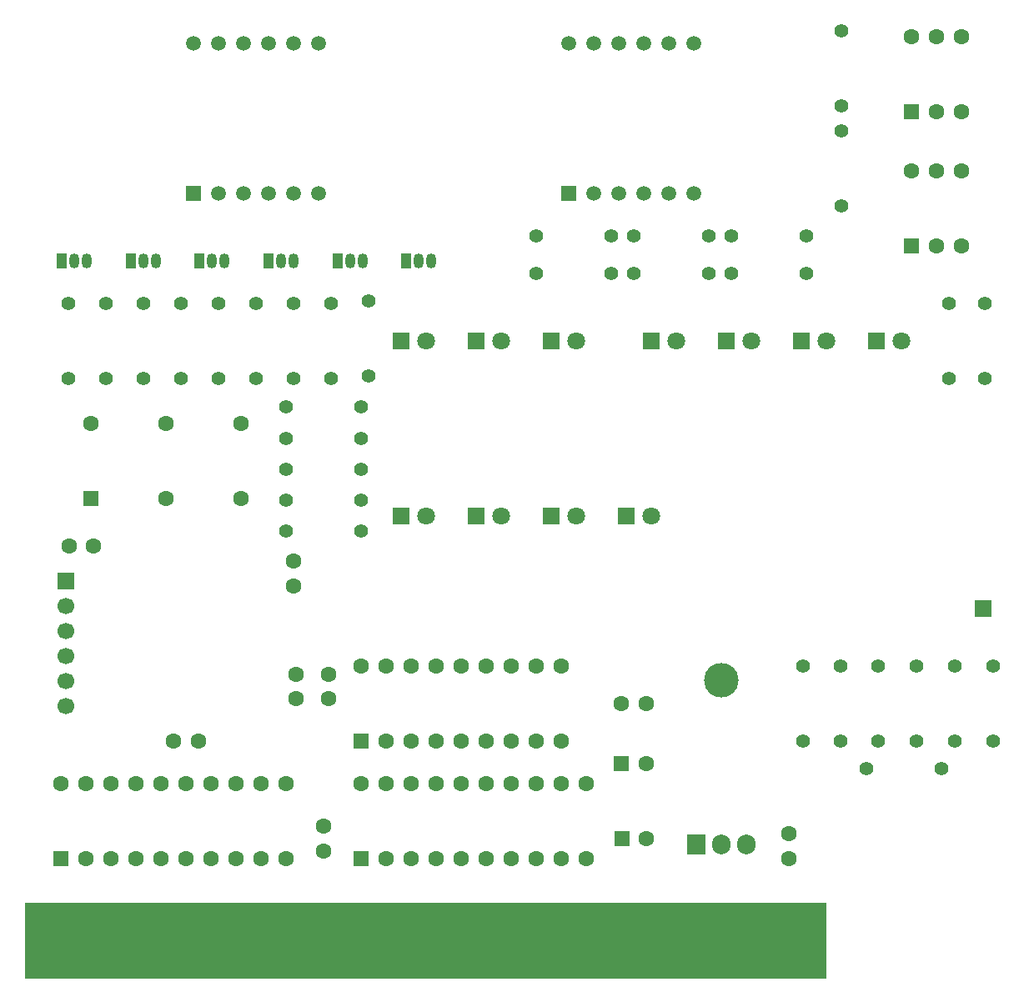
<source format=gbr>
%TF.GenerationSoftware,KiCad,Pcbnew,9.0.2+1*%
%TF.CreationDate,2025-06-30T02:26:09+02:00*%
%TF.ProjectId,isa_debug_card,6973615f-6465-4627-9567-5f636172642e,rev?*%
%TF.SameCoordinates,Original*%
%TF.FileFunction,Soldermask,Bot*%
%TF.FilePolarity,Negative*%
%FSLAX46Y46*%
G04 Gerber Fmt 4.6, Leading zero omitted, Abs format (unit mm)*
G04 Created by KiCad (PCBNEW 9.0.2+1) date 2025-06-30 02:26:09*
%MOMM*%
%LPD*%
G01*
G04 APERTURE LIST*
G04 Aperture macros list*
%AMRoundRect*
0 Rectangle with rounded corners*
0 $1 Rounding radius*
0 $2 $3 $4 $5 $6 $7 $8 $9 X,Y pos of 4 corners*
0 Add a 4 corners polygon primitive as box body*
4,1,4,$2,$3,$4,$5,$6,$7,$8,$9,$2,$3,0*
0 Add four circle primitives for the rounded corners*
1,1,$1+$1,$2,$3*
1,1,$1+$1,$4,$5*
1,1,$1+$1,$6,$7*
1,1,$1+$1,$8,$9*
0 Add four rect primitives between the rounded corners*
20,1,$1+$1,$2,$3,$4,$5,0*
20,1,$1+$1,$4,$5,$6,$7,0*
20,1,$1+$1,$6,$7,$8,$9,0*
20,1,$1+$1,$8,$9,$2,$3,0*%
G04 Aperture macros list end*
%ADD10C,0.100000*%
%ADD11C,1.600000*%
%ADD12R,1.600000X1.600000*%
%ADD13C,1.400000*%
%ADD14RoundRect,0.250000X0.550000X-0.550000X0.550000X0.550000X-0.550000X0.550000X-0.550000X-0.550000X0*%
%ADD15R,1.800000X1.800000*%
%ADD16C,1.800000*%
%ADD17C,3.500000*%
%ADD18R,1.905000X2.000000*%
%ADD19O,1.905000X2.000000*%
%ADD20R,1.700000X1.700000*%
%ADD21C,1.700000*%
%ADD22R,1.050000X1.500000*%
%ADD23O,1.050000X1.500000*%
%ADD24R,1.500000X1.500000*%
%ADD25C,1.500000*%
%ADD26R,1.780000X6.820000*%
%ADD27RoundRect,0.250000X-0.550000X-0.550000X0.550000X-0.550000X0.550000X0.550000X-0.550000X0.550000X0*%
G04 APERTURE END LIST*
D10*
X183524026Y-143138026D02*
X102244026Y-143138026D01*
X102244026Y-135518026D01*
X183524026Y-135518026D01*
X183524026Y-143138026D01*
G36*
X183524026Y-143138026D02*
G01*
X102244026Y-143138026D01*
X102244026Y-135518026D01*
X183524026Y-135518026D01*
X183524026Y-143138026D01*
G37*
D11*
%TO.C,C9*%
X129540000Y-103358000D03*
X129540000Y-100858000D03*
%TD*%
%TO.C,C6*%
X132588000Y-127782000D03*
X132588000Y-130282000D03*
%TD*%
%TO.C,Y1*%
X116586000Y-86868000D03*
X116586000Y-94488000D03*
D12*
X108966000Y-94488000D03*
D11*
X124206000Y-94488000D03*
X124206000Y-86868000D03*
X108966000Y-86868000D03*
%TD*%
D13*
%TO.C,R24*%
X181252000Y-119126000D03*
X181252000Y-111506000D03*
%TD*%
D14*
%TO.C,U5*%
X136398000Y-131084000D03*
D11*
X138938000Y-131084000D03*
X141478000Y-131084000D03*
X144018000Y-131084000D03*
X146558000Y-131084000D03*
X149098000Y-131084000D03*
X151638000Y-131084000D03*
X154178000Y-131084000D03*
X156718000Y-131084000D03*
X159258000Y-131084000D03*
X159258000Y-123464000D03*
X156718000Y-123464000D03*
X154178000Y-123464000D03*
X151638000Y-123464000D03*
X149098000Y-123464000D03*
X146558000Y-123464000D03*
X144018000Y-123464000D03*
X141478000Y-123464000D03*
X138938000Y-123464000D03*
X136398000Y-123464000D03*
%TD*%
D13*
%TO.C,R11*%
X128778000Y-88340000D03*
X136398000Y-88340000D03*
%TD*%
D11*
%TO.C,C8*%
X133096000Y-114808000D03*
X133096000Y-112308000D03*
%TD*%
D15*
%TO.C,D3*%
X148077000Y-96266000D03*
D16*
X150617000Y-96266000D03*
%TD*%
D13*
%TO.C,R21*%
X200558000Y-119126000D03*
X200558000Y-111506000D03*
%TD*%
%TO.C,R3*%
X114300000Y-82296000D03*
X114300000Y-74676000D03*
%TD*%
D17*
%TO.C,U2*%
X172974000Y-112966000D03*
D18*
X170434000Y-129626000D03*
D19*
X172974000Y-129626000D03*
X175514000Y-129626000D03*
%TD*%
D13*
%TO.C,R12*%
X128778000Y-91490000D03*
X136398000Y-91490000D03*
%TD*%
D20*
%TO.C,J2*%
X106426000Y-102870000D03*
D21*
X106426000Y-105410000D03*
X106426000Y-107950000D03*
X106426000Y-110490000D03*
X106426000Y-113030000D03*
X106426000Y-115570000D03*
%TD*%
D13*
%TO.C,R2*%
X110490000Y-82296000D03*
X110490000Y-74676000D03*
%TD*%
D11*
%TO.C,C10*%
X129794000Y-112328000D03*
X129794000Y-114828000D03*
%TD*%
%TO.C,C2*%
X162834000Y-115316000D03*
X165334000Y-115316000D03*
%TD*%
D22*
%TO.C,Q5*%
X133970000Y-70358000D03*
D23*
X135240000Y-70358000D03*
X136510000Y-70358000D03*
%TD*%
D13*
%TO.C,R16*%
X196646000Y-119126000D03*
X196646000Y-111506000D03*
%TD*%
%TO.C,R28*%
X154178000Y-67818000D03*
X161798000Y-67818000D03*
%TD*%
%TO.C,R10*%
X133350000Y-82296000D03*
X133350000Y-74676000D03*
%TD*%
%TO.C,R26*%
X199746000Y-82296000D03*
X199746000Y-74676000D03*
%TD*%
%TO.C,R20*%
X196088000Y-82296000D03*
X196088000Y-74676000D03*
%TD*%
D15*
%TO.C,D10*%
X148082000Y-78486000D03*
D16*
X150622000Y-78486000D03*
%TD*%
D13*
%TO.C,R19*%
X185166000Y-46990000D03*
X185166000Y-54610000D03*
%TD*%
D15*
%TO.C,D6*%
X188717000Y-78486000D03*
D16*
X191257000Y-78486000D03*
%TD*%
D13*
%TO.C,R25*%
X188874000Y-119126000D03*
X188874000Y-111506000D03*
%TD*%
D24*
%TO.C,U6*%
X119380000Y-63500000D03*
D25*
X121920000Y-63500000D03*
X124460000Y-63500000D03*
X127000000Y-63500000D03*
X129540000Y-63500000D03*
X132080000Y-63500000D03*
X132080000Y-48260000D03*
X129540000Y-48260000D03*
X127000000Y-48260000D03*
X124460000Y-48260000D03*
X121920000Y-48260000D03*
X119380000Y-48260000D03*
%TD*%
D13*
%TO.C,R23*%
X128778000Y-97790000D03*
X136398000Y-97790000D03*
%TD*%
D26*
%TO.C,J1*%
X180984026Y-138928026D03*
X178444026Y-138928026D03*
X175904026Y-138928026D03*
X173364026Y-138928026D03*
X170824026Y-138928026D03*
X168284026Y-138928026D03*
X165744026Y-138928026D03*
X163204026Y-138928026D03*
X160664026Y-138928026D03*
X158124026Y-138928026D03*
X155584026Y-138928026D03*
X153044026Y-138928026D03*
X150504026Y-138928026D03*
X147964026Y-138928026D03*
X145424026Y-138928026D03*
X142884026Y-138928026D03*
X140344026Y-138928026D03*
X137804026Y-138928026D03*
X135264026Y-138928026D03*
X132724026Y-138928026D03*
X130184026Y-138928026D03*
X127644026Y-138928026D03*
X125104026Y-138928026D03*
X122564026Y-138928026D03*
X120024026Y-138928026D03*
X117484026Y-138928026D03*
X114944026Y-138928026D03*
X112404026Y-138928026D03*
X109864026Y-138928026D03*
X107324026Y-138928026D03*
X104784026Y-138928026D03*
%TD*%
D13*
%TO.C,R27*%
X195326000Y-121920000D03*
X187706000Y-121920000D03*
%TD*%
D15*
%TO.C,D11*%
X163317000Y-96266000D03*
D16*
X165857000Y-96266000D03*
%TD*%
D13*
%TO.C,R1*%
X106680000Y-82296000D03*
X106680000Y-74676000D03*
%TD*%
D14*
%TO.C,SW1*%
X192278000Y-55202500D03*
D11*
X194818000Y-55202500D03*
X197358000Y-55202500D03*
X197358000Y-47582500D03*
X194818000Y-47582500D03*
X192278000Y-47582500D03*
%TD*%
D27*
%TO.C,C1*%
X162814000Y-121412000D03*
D11*
X165314000Y-121412000D03*
%TD*%
D22*
%TO.C,Q6*%
X140970000Y-70358000D03*
D23*
X142240000Y-70358000D03*
X143510000Y-70358000D03*
%TD*%
D13*
%TO.C,R29*%
X154178000Y-71628000D03*
X161798000Y-71628000D03*
%TD*%
D14*
%TO.C,U4*%
X136398000Y-119146000D03*
D11*
X138938000Y-119146000D03*
X141478000Y-119146000D03*
X144018000Y-119146000D03*
X146558000Y-119146000D03*
X149098000Y-119146000D03*
X151638000Y-119146000D03*
X154178000Y-119146000D03*
X156718000Y-119146000D03*
X156718000Y-111526000D03*
X154178000Y-111526000D03*
X151638000Y-111526000D03*
X149098000Y-111526000D03*
X146558000Y-111526000D03*
X144018000Y-111526000D03*
X141478000Y-111526000D03*
X138938000Y-111526000D03*
X136398000Y-111526000D03*
%TD*%
D15*
%TO.C,D5*%
X155702000Y-78486000D03*
D16*
X158242000Y-78486000D03*
%TD*%
D24*
%TO.C,U7*%
X157480000Y-63500000D03*
D25*
X160020000Y-63500000D03*
X162560000Y-63500000D03*
X165100000Y-63500000D03*
X167640000Y-63500000D03*
X170180000Y-63500000D03*
X170180000Y-48260000D03*
X167640000Y-48260000D03*
X165100000Y-48260000D03*
X162560000Y-48260000D03*
X160020000Y-48260000D03*
X157480000Y-48260000D03*
%TD*%
D15*
%TO.C,D1*%
X155697000Y-96266000D03*
D16*
X158237000Y-96266000D03*
%TD*%
D13*
%TO.C,R17*%
X171704000Y-67818000D03*
X164084000Y-67818000D03*
%TD*%
%TO.C,R31*%
X192734000Y-119126000D03*
X192734000Y-111506000D03*
%TD*%
D11*
%TO.C,C5*%
X106720000Y-99314000D03*
X109220000Y-99314000D03*
%TD*%
D14*
%TO.C,U1*%
X105918000Y-131084000D03*
D11*
X108458000Y-131084000D03*
X110998000Y-131084000D03*
X113538000Y-131084000D03*
X116078000Y-131084000D03*
X118618000Y-131084000D03*
X121158000Y-131084000D03*
X123698000Y-131084000D03*
X126238000Y-131084000D03*
X128778000Y-131084000D03*
X128778000Y-123464000D03*
X126238000Y-123464000D03*
X123698000Y-123464000D03*
X121158000Y-123464000D03*
X118618000Y-123464000D03*
X116078000Y-123464000D03*
X113538000Y-123464000D03*
X110998000Y-123464000D03*
X108458000Y-123464000D03*
X105918000Y-123464000D03*
%TD*%
D15*
%TO.C,D8*%
X165857000Y-78486000D03*
D16*
X168397000Y-78486000D03*
%TD*%
D13*
%TO.C,R14*%
X181610000Y-71628000D03*
X173990000Y-71628000D03*
%TD*%
%TO.C,R30*%
X185064000Y-119126000D03*
X185064000Y-111506000D03*
%TD*%
D15*
%TO.C,D2*%
X181097000Y-78486000D03*
D16*
X183637000Y-78486000D03*
%TD*%
D13*
%TO.C,R8*%
X125730000Y-82296000D03*
X125730000Y-74676000D03*
%TD*%
%TO.C,R18*%
X185166000Y-57150000D03*
X185166000Y-64770000D03*
%TD*%
D11*
%TO.C,C3*%
X179832000Y-128544000D03*
X179832000Y-131044000D03*
%TD*%
%TO.C,C7*%
X119868000Y-119126000D03*
X117368000Y-119126000D03*
%TD*%
D15*
%TO.C,D7*%
X140457000Y-96266000D03*
D16*
X142997000Y-96266000D03*
%TD*%
D14*
%TO.C,SW2*%
X192290500Y-68791500D03*
D11*
X194830500Y-68791500D03*
X197370500Y-68791500D03*
X197370500Y-61171500D03*
X194830500Y-61171500D03*
X192290500Y-61171500D03*
%TD*%
D22*
%TO.C,Q1*%
X105970000Y-70358000D03*
D23*
X107240000Y-70358000D03*
X108510000Y-70358000D03*
%TD*%
D13*
%TO.C,R7*%
X121920000Y-82296000D03*
X121920000Y-74676000D03*
%TD*%
%TO.C,R13*%
X181610000Y-67818000D03*
X173990000Y-67818000D03*
%TD*%
D22*
%TO.C,Q2*%
X112970000Y-70358000D03*
D23*
X114240000Y-70358000D03*
X115510000Y-70358000D03*
%TD*%
D13*
%TO.C,R9*%
X129540000Y-82296000D03*
X129540000Y-74676000D03*
%TD*%
D20*
%TO.C,J3*%
X199517000Y-105664000D03*
%TD*%
D13*
%TO.C,R22*%
X128778000Y-94640000D03*
X136398000Y-94640000D03*
%TD*%
%TO.C,R6*%
X128778000Y-85190000D03*
X136398000Y-85190000D03*
%TD*%
D27*
%TO.C,C4*%
X162854000Y-129032000D03*
D11*
X165354000Y-129032000D03*
%TD*%
D13*
%TO.C,R15*%
X171704000Y-71628000D03*
X164084000Y-71628000D03*
%TD*%
%TO.C,R5*%
X137160000Y-82042000D03*
X137160000Y-74422000D03*
%TD*%
%TO.C,R4*%
X118110000Y-82296000D03*
X118110000Y-74676000D03*
%TD*%
D15*
%TO.C,D4*%
X140462000Y-78486000D03*
D16*
X143002000Y-78486000D03*
%TD*%
D22*
%TO.C,Q4*%
X126970000Y-70358000D03*
D23*
X128240000Y-70358000D03*
X129510000Y-70358000D03*
%TD*%
D15*
%TO.C,D9*%
X173477000Y-78486000D03*
D16*
X176017000Y-78486000D03*
%TD*%
D22*
%TO.C,Q3*%
X119970000Y-70358000D03*
D23*
X121240000Y-70358000D03*
X122510000Y-70358000D03*
%TD*%
M02*

</source>
